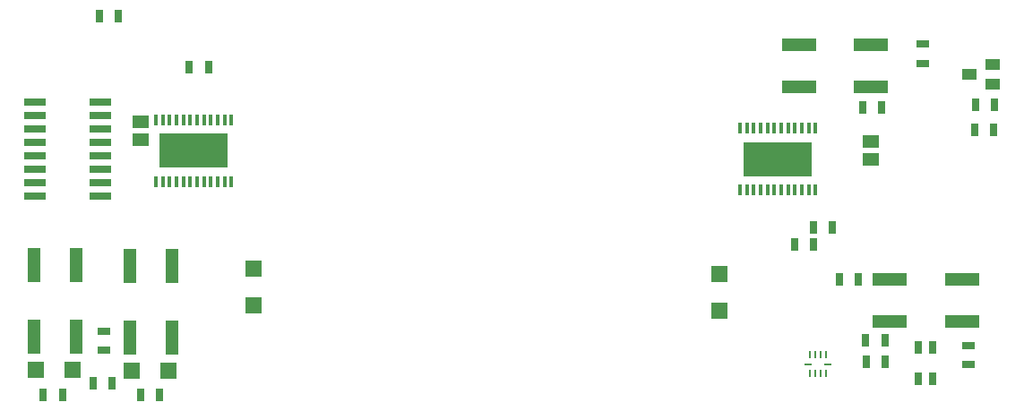
<source format=gtp>
G75*
%MOIN*%
%OFA0B0*%
%FSLAX24Y24*%
%IPPOS*%
%LPD*%
%AMOC8*
5,1,8,0,0,1.08239X$1,22.5*
%
%ADD10R,0.0276X0.0472*%
%ADD11R,0.0315X0.0472*%
%ADD12R,0.0472X0.0315*%
%ADD13R,0.0591X0.0591*%
%ADD14R,0.0551X0.0394*%
%ADD15R,0.0800X0.0260*%
%ADD16R,0.0472X0.1260*%
%ADD17R,0.1260X0.0472*%
%ADD18R,0.0120X0.0390*%
%ADD19R,0.2540X0.1280*%
%ADD20R,0.0591X0.0512*%
%ADD21R,0.0098X0.0295*%
%ADD22R,0.0295X0.0098*%
D10*
X036594Y004417D03*
X037145Y004417D03*
X037145Y005598D03*
X036594Y005598D03*
D11*
X004055Y003826D03*
X004763Y003826D03*
X005893Y004244D03*
X006602Y004244D03*
X007677Y003826D03*
X008385Y003826D03*
X009488Y016031D03*
X010197Y016031D03*
X006850Y017921D03*
X006141Y017921D03*
X032008Y009417D03*
X032716Y009417D03*
X032716Y010047D03*
X033425Y010047D03*
X033661Y008118D03*
X034370Y008118D03*
X034657Y005866D03*
X035366Y005866D03*
X035382Y005055D03*
X034673Y005055D03*
X038700Y013708D03*
X039409Y013708D03*
X039448Y014614D03*
X038740Y014614D03*
X035236Y014535D03*
X034527Y014535D03*
D12*
X036767Y016169D03*
X036767Y016878D03*
X038480Y005657D03*
X038480Y004948D03*
X006311Y005484D03*
X006311Y006193D03*
D13*
X007342Y004732D03*
X008720Y004732D03*
X005137Y004771D03*
X003760Y004771D03*
X011889Y007153D03*
X011889Y008531D03*
X029212Y008334D03*
X029212Y006956D03*
D14*
X039370Y015381D03*
X038504Y015756D03*
X039370Y016130D03*
D15*
X006170Y014710D03*
X006170Y014210D03*
X006170Y013710D03*
X006170Y013210D03*
X006170Y012710D03*
X006170Y012210D03*
X006170Y011710D03*
X006170Y011210D03*
X003750Y011210D03*
X003750Y011710D03*
X003750Y012210D03*
X003750Y012710D03*
X003750Y013210D03*
X003750Y013710D03*
X003750Y014210D03*
X003750Y014710D03*
D16*
X003700Y008669D03*
X005275Y008669D03*
X007283Y008630D03*
X008858Y008630D03*
X008858Y005952D03*
X007283Y005952D03*
X005275Y005992D03*
X003700Y005992D03*
D17*
X032165Y015283D03*
X034842Y015283D03*
X034842Y016858D03*
X032165Y016858D03*
X035551Y008118D03*
X038228Y008118D03*
X038228Y006543D03*
X035551Y006543D03*
D18*
X032785Y011457D03*
X032529Y011457D03*
X032273Y011457D03*
X032017Y011457D03*
X031761Y011457D03*
X031506Y011457D03*
X031250Y011457D03*
X030994Y011457D03*
X030738Y011457D03*
X030482Y011457D03*
X030226Y011457D03*
X029970Y011457D03*
X029970Y013755D03*
X030226Y013755D03*
X030482Y013755D03*
X030738Y013755D03*
X030994Y013755D03*
X031250Y013755D03*
X031506Y013755D03*
X031761Y013755D03*
X032017Y013755D03*
X032273Y013755D03*
X032529Y013755D03*
X032785Y013755D03*
X011053Y014070D03*
X010797Y014070D03*
X010541Y014070D03*
X010285Y014070D03*
X010029Y014070D03*
X009773Y014070D03*
X009517Y014070D03*
X009261Y014070D03*
X009006Y014070D03*
X008750Y014070D03*
X008494Y014070D03*
X008238Y014070D03*
X008238Y011772D03*
X008494Y011772D03*
X008750Y011772D03*
X009006Y011772D03*
X009261Y011772D03*
X009517Y011772D03*
X009773Y011772D03*
X010029Y011772D03*
X010285Y011772D03*
X010541Y011772D03*
X010797Y011772D03*
X011053Y011772D03*
D19*
X009645Y012921D03*
X031378Y012606D03*
D20*
X034842Y012586D03*
X034842Y013256D03*
X007677Y013334D03*
X007677Y014004D03*
D21*
X032578Y005322D03*
X032775Y005322D03*
X032972Y005322D03*
X033169Y005322D03*
X033169Y004614D03*
X032972Y004614D03*
X032775Y004614D03*
X032578Y004614D03*
D22*
X032519Y004968D03*
X033228Y004968D03*
M02*

</source>
